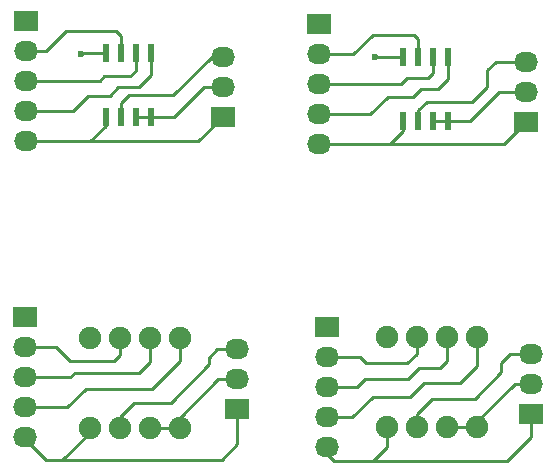
<source format=gtl>
G04 #@! TF.FileFunction,Copper,L1,Top,Signal*
%FSLAX46Y46*%
G04 Gerber Fmt 4.6, Leading zero omitted, Abs format (unit mm)*
G04 Created by KiCad (PCBNEW 4.0.4-stable) date 11/08/16 09:08:38*
%MOMM*%
%LPD*%
G01*
G04 APERTURE LIST*
%ADD10C,0.100000*%
%ADD11R,2.032000X1.727200*%
%ADD12O,2.032000X1.727200*%
%ADD13R,0.600000X1.550000*%
%ADD14C,1.905000*%
%ADD15C,0.600000*%
%ADD16C,0.250000*%
G04 APERTURE END LIST*
D10*
D11*
X122770900Y-70408800D03*
D12*
X122770900Y-72948800D03*
X122770900Y-75488800D03*
X122770900Y-78028800D03*
X122770900Y-80568800D03*
D11*
X139420600Y-78511400D03*
D12*
X139420600Y-75971400D03*
X139420600Y-73431400D03*
D11*
X147574000Y-70675500D03*
D12*
X147574000Y-73215500D03*
X147574000Y-75755500D03*
X147574000Y-78295500D03*
X147574000Y-80835500D03*
D11*
X165074600Y-78955900D03*
D12*
X165074600Y-76415900D03*
X165074600Y-73875900D03*
D11*
X122682000Y-95504000D03*
D12*
X122682000Y-98044000D03*
X122682000Y-100584000D03*
X122682000Y-103124000D03*
X122682000Y-105664000D03*
D11*
X140627100Y-103276400D03*
D12*
X140627100Y-100736400D03*
X140627100Y-98196400D03*
D11*
X148221700Y-96354900D03*
D12*
X148221700Y-98894900D03*
X148221700Y-101434900D03*
X148221700Y-103974900D03*
X148221700Y-106514900D03*
D11*
X165506400Y-103644700D03*
D12*
X165506400Y-101104700D03*
X165506400Y-98564700D03*
D13*
X129501900Y-78557100D03*
X130771900Y-78557100D03*
X132041900Y-78557100D03*
X133311900Y-78557100D03*
X133311900Y-73157100D03*
X132041900Y-73157100D03*
X130771900Y-73157100D03*
X129501900Y-73157100D03*
X154673300Y-78861900D03*
X155943300Y-78861900D03*
X157213300Y-78861900D03*
X158483300Y-78861900D03*
X158483300Y-73461900D03*
X157213300Y-73461900D03*
X155943300Y-73461900D03*
X154673300Y-73461900D03*
D14*
X128143000Y-104902000D03*
X130683000Y-104902000D03*
X133223000Y-104902000D03*
X135763000Y-104902000D03*
X135763000Y-97282000D03*
X133223000Y-97282000D03*
X130683000Y-97282000D03*
X128143000Y-97282000D03*
X153289000Y-104775000D03*
X155829000Y-104775000D03*
X158369000Y-104775000D03*
X160909000Y-104775000D03*
X160909000Y-97155000D03*
X158369000Y-97155000D03*
X155829000Y-97155000D03*
X153289000Y-97155000D03*
D15*
X127431800Y-73177400D03*
X152323800Y-73494900D03*
D16*
X133311900Y-78557100D02*
X135260100Y-78557100D01*
X137845800Y-75971400D02*
X139420600Y-75971400D01*
X135260100Y-78557100D02*
X137845800Y-75971400D01*
X132041900Y-78557100D02*
X133311900Y-78557100D01*
X130771900Y-73157100D02*
X130771900Y-71691500D01*
X124447300Y-72948800D02*
X122770900Y-72948800D01*
X126111000Y-71285100D02*
X124447300Y-72948800D01*
X130365500Y-71285100D02*
X126111000Y-71285100D01*
X130771900Y-71691500D02*
X130365500Y-71285100D01*
X122770900Y-75488800D02*
X129006600Y-75488800D01*
X132041900Y-74637900D02*
X132041900Y-73157100D01*
X131572000Y-75107800D02*
X132041900Y-74637900D01*
X129387600Y-75107800D02*
X131572000Y-75107800D01*
X129006600Y-75488800D02*
X129387600Y-75107800D01*
X122770900Y-78028800D02*
X126733300Y-78028800D01*
X133311900Y-75006200D02*
X133311900Y-73157100D01*
X132295900Y-76022200D02*
X133311900Y-75006200D01*
X130568700Y-76022200D02*
X132295900Y-76022200D01*
X129819400Y-76771500D02*
X130568700Y-76022200D01*
X127990600Y-76771500D02*
X129819400Y-76771500D01*
X126733300Y-78028800D02*
X127990600Y-76771500D01*
X139420600Y-78511400D02*
X137337800Y-80594200D01*
X137337800Y-80594200D02*
X128524000Y-80594200D01*
X129501900Y-79273400D02*
X128181100Y-80594200D01*
X128524000Y-80594200D02*
X122796300Y-80594200D01*
X128181100Y-80594200D02*
X128524000Y-80594200D01*
X129501900Y-78557100D02*
X129501900Y-79273400D01*
X127452100Y-73157100D02*
X129501900Y-73157100D01*
X127431800Y-73177400D02*
X127452100Y-73157100D01*
X122796300Y-80594200D02*
X122770900Y-80568800D01*
X139420600Y-73431400D02*
X138506200Y-73431400D01*
X138506200Y-73431400D02*
X135229600Y-76708000D01*
X135229600Y-76708000D02*
X131457700Y-76708000D01*
X131457700Y-76708000D02*
X130771900Y-77393800D01*
X130771900Y-77393800D02*
X130771900Y-78557100D01*
X165074600Y-76415900D02*
X162750500Y-76415900D01*
X160304500Y-78861900D02*
X158483300Y-78861900D01*
X162750500Y-76415900D02*
X160304500Y-78861900D01*
X157213300Y-78861900D02*
X158483300Y-78861900D01*
X147574000Y-73215500D02*
X150456900Y-73215500D01*
X155943300Y-71920100D02*
X155943300Y-73461900D01*
X155587700Y-71564500D02*
X155943300Y-71920100D01*
X152107900Y-71564500D02*
X155587700Y-71564500D01*
X150456900Y-73215500D02*
X152107900Y-71564500D01*
X147574000Y-75755500D02*
X154495500Y-75755500D01*
X157213300Y-74803000D02*
X157213300Y-73461900D01*
X156768800Y-75247500D02*
X157213300Y-74803000D01*
X155003500Y-75247500D02*
X156768800Y-75247500D01*
X154495500Y-75755500D02*
X155003500Y-75247500D01*
X147574000Y-78295500D02*
X151879300Y-78295500D01*
X158483300Y-75298300D02*
X158483300Y-73461900D01*
X157645100Y-76136500D02*
X158483300Y-75298300D01*
X156184600Y-76136500D02*
X157645100Y-76136500D01*
X155511500Y-76809600D02*
X156184600Y-76136500D01*
X153365200Y-76809600D02*
X155511500Y-76809600D01*
X151879300Y-78295500D02*
X153365200Y-76809600D01*
X154673300Y-78861900D02*
X154673300Y-79705200D01*
X154673300Y-79705200D02*
X153543000Y-80835500D01*
X152356800Y-73461900D02*
X154673300Y-73461900D01*
X152323800Y-73494900D02*
X152356800Y-73461900D01*
X147574000Y-80835500D02*
X153543000Y-80835500D01*
X153543000Y-80835500D02*
X163195000Y-80835500D01*
X163195000Y-80835500D02*
X165074600Y-78955900D01*
X155943300Y-78861900D02*
X155943300Y-77965300D01*
X162521900Y-73875900D02*
X165074600Y-73875900D01*
X161798000Y-74599800D02*
X162521900Y-73875900D01*
X161798000Y-75971400D02*
X161798000Y-74599800D01*
X160540700Y-77228700D02*
X161798000Y-75971400D01*
X156679900Y-77228700D02*
X160540700Y-77228700D01*
X155943300Y-77965300D02*
X156679900Y-77228700D01*
X135763000Y-104902000D02*
X135763000Y-104000300D01*
X135763000Y-104000300D02*
X139026900Y-100736400D01*
X139026900Y-100736400D02*
X140627100Y-100736400D01*
X133223000Y-104902000D02*
X135763000Y-104902000D01*
X122682000Y-98044000D02*
X125323600Y-98044000D01*
X130683000Y-98717100D02*
X130683000Y-97282000D01*
X130225800Y-99174300D02*
X130683000Y-98717100D01*
X126453900Y-99174300D02*
X130225800Y-99174300D01*
X125323600Y-98044000D02*
X126453900Y-99174300D01*
X122682000Y-100584000D02*
X126492000Y-100584000D01*
X133223000Y-99263200D02*
X133223000Y-97282000D01*
X132283200Y-100203000D02*
X133223000Y-99263200D01*
X126873000Y-100203000D02*
X132283200Y-100203000D01*
X126492000Y-100584000D02*
X126873000Y-100203000D01*
X122682000Y-103124000D02*
X126238000Y-103124000D01*
X135763000Y-99199700D02*
X135763000Y-97282000D01*
X133426200Y-101536500D02*
X135763000Y-99199700D01*
X127825500Y-101536500D02*
X133426200Y-101536500D01*
X126238000Y-103124000D02*
X127825500Y-101536500D01*
X128143000Y-104902000D02*
X128143000Y-105257600D01*
X128143000Y-105257600D02*
X125831600Y-107569000D01*
X122682000Y-105664000D02*
X122682000Y-105803700D01*
X122682000Y-105803700D02*
X124447300Y-107569000D01*
X124447300Y-107569000D02*
X125831600Y-107569000D01*
X125831600Y-107569000D02*
X139306300Y-107569000D01*
X139306300Y-107569000D02*
X140627100Y-106248200D01*
X140627100Y-106248200D02*
X140627100Y-103276400D01*
X130683000Y-104902000D02*
X130683000Y-103898700D01*
X138938000Y-98196400D02*
X140627100Y-98196400D01*
X138226800Y-98907600D02*
X138938000Y-98196400D01*
X138226800Y-99479100D02*
X138226800Y-98907600D01*
X134988300Y-102717600D02*
X138226800Y-99479100D01*
X131864100Y-102717600D02*
X134988300Y-102717600D01*
X130683000Y-103898700D02*
X131864100Y-102717600D01*
X160909000Y-104775000D02*
X158369000Y-104775000D01*
X160909000Y-104775000D02*
X160909000Y-104305100D01*
X160909000Y-104305100D02*
X164109400Y-101104700D01*
X164109400Y-101104700D02*
X165506400Y-101104700D01*
X148221700Y-98894900D02*
X151015700Y-98894900D01*
X155829000Y-98602800D02*
X155829000Y-97155000D01*
X155028900Y-99402900D02*
X155829000Y-98602800D01*
X151523700Y-99402900D02*
X155028900Y-99402900D01*
X151015700Y-98894900D02*
X151523700Y-99402900D01*
X148221700Y-101434900D02*
X150787100Y-101434900D01*
X158369000Y-99187000D02*
X158369000Y-97155000D01*
X157772100Y-99783900D02*
X158369000Y-99187000D01*
X156019500Y-99783900D02*
X157772100Y-99783900D01*
X155067000Y-100736400D02*
X156019500Y-99783900D01*
X151485600Y-100736400D02*
X155067000Y-100736400D01*
X150787100Y-101434900D02*
X151485600Y-100736400D01*
X148221700Y-103974900D02*
X150342600Y-103974900D01*
X160909000Y-99656900D02*
X160909000Y-97155000D01*
X159524700Y-101041200D02*
X160909000Y-99656900D01*
X156400500Y-101041200D02*
X159524700Y-101041200D01*
X155219400Y-102222300D02*
X156400500Y-101041200D01*
X152095200Y-102222300D02*
X155219400Y-102222300D01*
X150342600Y-103974900D02*
X152095200Y-102222300D01*
X153289000Y-104775000D02*
X153289000Y-106502200D01*
X153289000Y-106502200D02*
X152107900Y-107683300D01*
X148221700Y-106514900D02*
X148221700Y-107086400D01*
X148221700Y-107086400D02*
X148818600Y-107683300D01*
X148818600Y-107683300D02*
X152107900Y-107683300D01*
X152107900Y-107683300D02*
X163436300Y-107683300D01*
X163436300Y-107683300D02*
X165506400Y-105613200D01*
X165506400Y-105613200D02*
X165506400Y-103644700D01*
X155829000Y-104775000D02*
X155829000Y-103670100D01*
X163753800Y-98564700D02*
X165506400Y-98564700D01*
X162991800Y-99326700D02*
X163753800Y-98564700D01*
X162991800Y-100164900D02*
X162991800Y-99326700D01*
X160743900Y-102412800D02*
X162991800Y-100164900D01*
X157086300Y-102412800D02*
X160743900Y-102412800D01*
X155829000Y-103670100D02*
X157086300Y-102412800D01*
M02*

</source>
